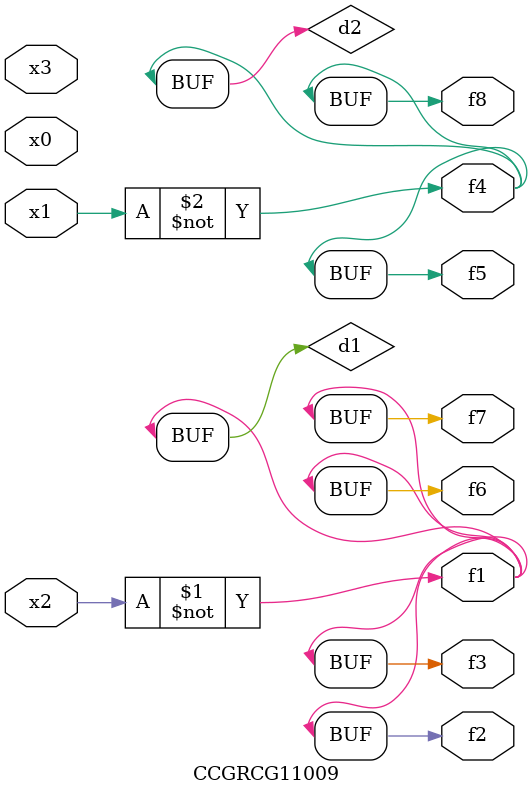
<source format=v>
module CCGRCG11009(
	input x0, x1, x2, x3,
	output f1, f2, f3, f4, f5, f6, f7, f8
);

	wire d1, d2;

	xnor (d1, x2);
	not (d2, x1);
	assign f1 = d1;
	assign f2 = d1;
	assign f3 = d1;
	assign f4 = d2;
	assign f5 = d2;
	assign f6 = d1;
	assign f7 = d1;
	assign f8 = d2;
endmodule

</source>
